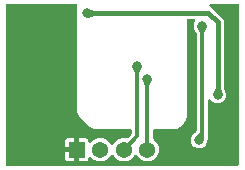
<source format=gbr>
G04 EAGLE Gerber RS-274X export*
G75*
%MOMM*%
%FSLAX34Y34*%
%LPD*%
%INBottom Copper*%
%IPPOS*%
%AMOC8*
5,1,8,0,0,1.08239X$1,22.5*%
G01*
%ADD10R,1.371600X1.371600*%
%ADD11C,1.371600*%
%ADD12C,0.800000*%
%ADD13C,0.406400*%
%ADD14C,0.700000*%
%ADD15C,0.304800*%

G36*
X199692Y3814D02*
X199692Y3814D01*
X199718Y3812D01*
X199865Y3834D01*
X200012Y3851D01*
X200037Y3859D01*
X200063Y3863D01*
X200201Y3918D01*
X200340Y3968D01*
X200362Y3982D01*
X200387Y3992D01*
X200508Y4077D01*
X200633Y4157D01*
X200651Y4176D01*
X200673Y4191D01*
X200772Y4301D01*
X200875Y4408D01*
X200889Y4430D01*
X200906Y4450D01*
X200978Y4580D01*
X201054Y4707D01*
X201062Y4732D01*
X201075Y4755D01*
X201115Y4898D01*
X201160Y5039D01*
X201162Y5065D01*
X201170Y5090D01*
X201189Y5334D01*
X201189Y139666D01*
X201186Y139692D01*
X201188Y139718D01*
X201166Y139865D01*
X201149Y140012D01*
X201141Y140037D01*
X201137Y140063D01*
X201082Y140200D01*
X201032Y140340D01*
X201018Y140362D01*
X201008Y140387D01*
X200923Y140508D01*
X200843Y140633D01*
X200824Y140651D01*
X200809Y140673D01*
X200699Y140772D01*
X200592Y140875D01*
X200570Y140889D01*
X200550Y140906D01*
X200420Y140978D01*
X200293Y141054D01*
X200268Y141062D01*
X200245Y141075D01*
X200102Y141115D01*
X199961Y141160D01*
X199935Y141162D01*
X199910Y141170D01*
X199666Y141189D01*
X177621Y141189D01*
X177571Y141184D01*
X177521Y141186D01*
X177398Y141164D01*
X177275Y141149D01*
X177227Y141132D01*
X177178Y141123D01*
X177064Y141074D01*
X176947Y141032D01*
X176904Y141005D01*
X176858Y140985D01*
X176758Y140910D01*
X176654Y140843D01*
X176619Y140807D01*
X176578Y140777D01*
X176498Y140682D01*
X176412Y140592D01*
X176386Y140549D01*
X176353Y140511D01*
X176296Y140400D01*
X176233Y140293D01*
X176217Y140245D01*
X176194Y140200D01*
X176164Y140080D01*
X176127Y139961D01*
X176122Y139911D01*
X176110Y139862D01*
X176109Y139738D01*
X176099Y139614D01*
X176106Y139564D01*
X176105Y139514D01*
X176132Y139392D01*
X176150Y139269D01*
X176169Y139222D01*
X176180Y139173D01*
X176233Y139061D01*
X176279Y138945D01*
X176308Y138904D01*
X176329Y138858D01*
X176407Y138761D01*
X176478Y138659D01*
X176515Y138625D01*
X176547Y138586D01*
X176644Y138509D01*
X176737Y138426D01*
X176781Y138401D01*
X176820Y138370D01*
X177038Y138259D01*
X178128Y137807D01*
X187432Y128503D01*
X188206Y126636D01*
X188206Y70864D01*
X188221Y70733D01*
X188229Y70601D01*
X188242Y70550D01*
X188246Y70518D01*
X188262Y70471D01*
X188266Y70458D01*
X188269Y70437D01*
X188276Y70420D01*
X188290Y70364D01*
X189702Y66299D01*
X189716Y66269D01*
X189733Y66215D01*
X190174Y65152D01*
X190174Y62348D01*
X189101Y59757D01*
X187118Y57774D01*
X184527Y56701D01*
X181723Y56701D01*
X179132Y57774D01*
X177173Y59734D01*
X177095Y59796D01*
X177022Y59866D01*
X176997Y59881D01*
X176989Y59888D01*
X176954Y59907D01*
X176900Y59950D01*
X176809Y59993D01*
X176723Y60045D01*
X176652Y60067D01*
X176585Y60099D01*
X176487Y60120D01*
X176391Y60151D01*
X176317Y60157D01*
X176244Y60172D01*
X176144Y60171D01*
X176044Y60179D01*
X175970Y60168D01*
X175896Y60166D01*
X175799Y60142D01*
X175699Y60127D01*
X175630Y60100D01*
X175558Y60081D01*
X175469Y60035D01*
X175375Y59998D01*
X175314Y59956D01*
X175248Y59922D01*
X175172Y59857D01*
X175089Y59799D01*
X175039Y59744D01*
X174983Y59696D01*
X174923Y59615D01*
X174856Y59541D01*
X174820Y59476D01*
X174775Y59416D01*
X174736Y59323D01*
X174721Y59297D01*
X174708Y59275D01*
X174706Y59271D01*
X174687Y59236D01*
X174667Y59164D01*
X174637Y59096D01*
X174621Y59003D01*
X174602Y58943D01*
X174600Y58929D01*
X174592Y58900D01*
X174584Y58800D01*
X174576Y58753D01*
X174578Y58717D01*
X174573Y58656D01*
X174573Y32278D01*
X174578Y32234D01*
X174577Y32066D01*
X174591Y31940D01*
X174597Y31813D01*
X174612Y31755D01*
X174615Y31720D01*
X174626Y31688D01*
X174576Y30973D01*
X174578Y30934D01*
X174573Y30867D01*
X174573Y27091D01*
X174554Y26875D01*
X174554Y26807D01*
X174549Y25611D01*
X174549Y25608D01*
X174549Y25605D01*
X174549Y24223D01*
X173476Y21632D01*
X171493Y19649D01*
X168902Y18576D01*
X166098Y18576D01*
X163507Y19649D01*
X161524Y21632D01*
X160451Y24223D01*
X160451Y27027D01*
X161524Y29618D01*
X161948Y30042D01*
X162025Y30138D01*
X162108Y30230D01*
X162142Y30285D01*
X162165Y30315D01*
X162175Y30335D01*
X162650Y30748D01*
X162676Y30777D01*
X162727Y30821D01*
X163507Y31601D01*
X163512Y31603D01*
X163620Y31663D01*
X163732Y31715D01*
X163784Y31754D01*
X163817Y31772D01*
X163852Y31804D01*
X163929Y31861D01*
X164903Y32708D01*
X164907Y32711D01*
X164911Y32714D01*
X165025Y32841D01*
X165139Y32965D01*
X165141Y32969D01*
X165144Y32973D01*
X165227Y33123D01*
X165309Y33269D01*
X165310Y33274D01*
X165313Y33278D01*
X165359Y33441D01*
X165406Y33604D01*
X165406Y33609D01*
X165408Y33613D01*
X165427Y33857D01*
X165427Y115183D01*
X165424Y115210D01*
X165426Y115237D01*
X165404Y115384D01*
X165387Y115530D01*
X165378Y115555D01*
X165374Y115582D01*
X165292Y115812D01*
X164223Y118170D01*
X164145Y118300D01*
X164071Y118433D01*
X164053Y118454D01*
X164044Y118469D01*
X164037Y118476D01*
X163542Y119672D01*
X163532Y119689D01*
X163522Y119717D01*
X163174Y120485D01*
X163171Y120517D01*
X163162Y120543D01*
X163160Y120561D01*
X163142Y120605D01*
X163096Y120750D01*
X162951Y121098D01*
X162951Y123902D01*
X163950Y126313D01*
X163991Y126458D01*
X164037Y126601D01*
X164039Y126625D01*
X164046Y126648D01*
X164053Y126799D01*
X164065Y126948D01*
X164061Y126972D01*
X164063Y126996D01*
X164036Y127144D01*
X164013Y127293D01*
X164004Y127315D01*
X164000Y127339D01*
X163940Y127477D01*
X163885Y127617D01*
X163871Y127637D01*
X163861Y127659D01*
X163771Y127780D01*
X163686Y127903D01*
X163668Y127919D01*
X163653Y127939D01*
X163538Y128036D01*
X163427Y128136D01*
X163406Y128148D01*
X163387Y128164D01*
X163254Y128232D01*
X163122Y128305D01*
X163098Y128311D01*
X163077Y128322D01*
X162932Y128359D01*
X162786Y128400D01*
X162757Y128402D01*
X162739Y128407D01*
X162692Y128407D01*
X162543Y128419D01*
X158399Y128419D01*
X158373Y128416D01*
X158347Y128418D01*
X158200Y128396D01*
X158053Y128379D01*
X158028Y128371D01*
X158002Y128367D01*
X157864Y128312D01*
X157725Y128262D01*
X157703Y128248D01*
X157678Y128238D01*
X157557Y128153D01*
X157432Y128073D01*
X157414Y128054D01*
X157392Y128039D01*
X157293Y127929D01*
X157190Y127822D01*
X157176Y127800D01*
X157159Y127780D01*
X157087Y127650D01*
X157011Y127523D01*
X157003Y127498D01*
X156990Y127475D01*
X156950Y127332D01*
X156905Y127191D01*
X156903Y127165D01*
X156895Y127140D01*
X156876Y126896D01*
X156876Y45928D01*
X156882Y45876D01*
X156879Y45825D01*
X156902Y45704D01*
X156905Y45677D01*
X156883Y45457D01*
X156884Y45409D01*
X156876Y45308D01*
X156876Y45106D01*
X156866Y45081D01*
X156822Y44840D01*
X156787Y44485D01*
X156790Y44333D01*
X156788Y44182D01*
X156789Y44179D01*
X156786Y44168D01*
X156781Y44142D01*
X156771Y44116D01*
X156727Y43876D01*
X156725Y43853D01*
X156697Y43810D01*
X156687Y43784D01*
X156678Y43768D01*
X156664Y43724D01*
X156608Y43583D01*
X156480Y43162D01*
X156453Y43013D01*
X156421Y42865D01*
X156422Y42861D01*
X156417Y42852D01*
X156407Y42826D01*
X156392Y42803D01*
X156302Y42576D01*
X156296Y42554D01*
X156260Y42517D01*
X156245Y42494D01*
X156233Y42480D01*
X156210Y42440D01*
X156128Y42311D01*
X155921Y41923D01*
X155865Y41782D01*
X155805Y41644D01*
X155804Y41640D01*
X155798Y41632D01*
X155783Y41609D01*
X155764Y41589D01*
X155632Y41383D01*
X155621Y41364D01*
X155579Y41334D01*
X155560Y41314D01*
X155545Y41303D01*
X155515Y41268D01*
X155409Y41158D01*
X155183Y40883D01*
X155155Y40839D01*
X155120Y40800D01*
X155061Y40693D01*
X155046Y40670D01*
X154890Y40514D01*
X154860Y40476D01*
X154790Y40403D01*
X154662Y40247D01*
X154638Y40234D01*
X154451Y40075D01*
X151087Y36711D01*
X151055Y36670D01*
X151016Y36635D01*
X150946Y36534D01*
X150930Y36513D01*
X150759Y36373D01*
X150725Y36338D01*
X150648Y36272D01*
X150366Y35989D01*
X150349Y35979D01*
X150273Y35900D01*
X150148Y35833D01*
X150125Y35817D01*
X150100Y35807D01*
X149899Y35667D01*
X149863Y35637D01*
X149811Y35624D01*
X149743Y35589D01*
X149671Y35563D01*
X149588Y35510D01*
X149501Y35465D01*
X149442Y35415D01*
X149420Y35401D01*
X149376Y35387D01*
X149351Y35377D01*
X149324Y35371D01*
X149100Y35273D01*
X149059Y35251D01*
X149005Y35248D01*
X148931Y35227D01*
X148856Y35216D01*
X148764Y35179D01*
X148670Y35152D01*
X148603Y35115D01*
X148579Y35106D01*
X148533Y35101D01*
X148506Y35095D01*
X148479Y35095D01*
X148240Y35043D01*
X148109Y35003D01*
X148063Y34999D01*
X147575Y34999D01*
X147527Y34994D01*
X147426Y34992D01*
X147225Y34972D01*
X147198Y34980D01*
X146955Y34999D01*
X129846Y34999D01*
X129820Y34996D01*
X129794Y34998D01*
X129647Y34976D01*
X129500Y34959D01*
X129475Y34951D01*
X129449Y34947D01*
X129311Y34892D01*
X129172Y34842D01*
X129150Y34828D01*
X129125Y34818D01*
X129004Y34733D01*
X128879Y34653D01*
X128861Y34634D01*
X128839Y34619D01*
X128740Y34509D01*
X128637Y34402D01*
X128623Y34380D01*
X128606Y34360D01*
X128534Y34230D01*
X128458Y34103D01*
X128450Y34078D01*
X128437Y34055D01*
X128397Y33912D01*
X128352Y33771D01*
X128350Y33745D01*
X128342Y33720D01*
X128323Y33476D01*
X128323Y27347D01*
X128331Y27271D01*
X128330Y27194D01*
X128351Y27098D01*
X128363Y27000D01*
X128388Y26929D01*
X128405Y26854D01*
X128447Y26765D01*
X128480Y26672D01*
X128522Y26608D01*
X128554Y26539D01*
X128616Y26462D01*
X128669Y26380D01*
X128724Y26326D01*
X128772Y26267D01*
X128849Y26206D01*
X128920Y26137D01*
X128985Y26098D01*
X129045Y26051D01*
X129178Y25983D01*
X129219Y25959D01*
X129237Y25953D01*
X129263Y25939D01*
X129362Y25899D01*
X132149Y23112D01*
X133657Y19471D01*
X133657Y15529D01*
X132149Y11888D01*
X129362Y9101D01*
X125721Y7593D01*
X121779Y7593D01*
X118138Y9101D01*
X115351Y11888D01*
X115157Y12357D01*
X115108Y12445D01*
X115068Y12537D01*
X115024Y12597D01*
X114988Y12662D01*
X114920Y12736D01*
X114861Y12817D01*
X114804Y12865D01*
X114754Y12920D01*
X114671Y12977D01*
X114595Y13042D01*
X114528Y13076D01*
X114467Y13118D01*
X114374Y13155D01*
X114284Y13201D01*
X114212Y13219D01*
X114143Y13246D01*
X114043Y13260D01*
X113946Y13285D01*
X113872Y13286D01*
X113798Y13297D01*
X113698Y13288D01*
X113598Y13290D01*
X113525Y13274D01*
X113451Y13268D01*
X113355Y13237D01*
X113257Y13215D01*
X113190Y13183D01*
X113119Y13161D01*
X113033Y13109D01*
X112942Y13066D01*
X112884Y13019D01*
X112821Y12981D01*
X112748Y12911D01*
X112670Y12848D01*
X112624Y12790D01*
X112571Y12738D01*
X112516Y12654D01*
X112454Y12575D01*
X112408Y12485D01*
X112382Y12445D01*
X112370Y12411D01*
X112343Y12357D01*
X112149Y11888D01*
X109362Y9101D01*
X105721Y7593D01*
X101779Y7593D01*
X98138Y9101D01*
X95351Y11888D01*
X95157Y12357D01*
X95108Y12445D01*
X95068Y12537D01*
X95024Y12597D01*
X94988Y12662D01*
X94920Y12736D01*
X94861Y12817D01*
X94804Y12865D01*
X94754Y12920D01*
X94671Y12977D01*
X94595Y13042D01*
X94528Y13076D01*
X94467Y13118D01*
X94374Y13155D01*
X94284Y13201D01*
X94212Y13219D01*
X94143Y13246D01*
X94043Y13260D01*
X93946Y13285D01*
X93872Y13286D01*
X93798Y13297D01*
X93698Y13288D01*
X93598Y13290D01*
X93525Y13274D01*
X93451Y13268D01*
X93355Y13237D01*
X93257Y13215D01*
X93190Y13183D01*
X93119Y13161D01*
X93033Y13109D01*
X92942Y13066D01*
X92884Y13019D01*
X92821Y12981D01*
X92748Y12911D01*
X92670Y12848D01*
X92624Y12790D01*
X92571Y12738D01*
X92516Y12654D01*
X92454Y12575D01*
X92408Y12485D01*
X92382Y12445D01*
X92370Y12411D01*
X92343Y12357D01*
X92149Y11888D01*
X89362Y9101D01*
X85721Y7593D01*
X81779Y7593D01*
X78138Y9101D01*
X76229Y11011D01*
X76169Y11058D01*
X76117Y11113D01*
X76033Y11166D01*
X75956Y11228D01*
X75887Y11260D01*
X75823Y11301D01*
X75730Y11334D01*
X75641Y11377D01*
X75566Y11393D01*
X75495Y11418D01*
X75397Y11429D01*
X75300Y11450D01*
X75224Y11449D01*
X75149Y11457D01*
X75050Y11446D01*
X74951Y11444D01*
X74878Y11426D01*
X74803Y11417D01*
X74709Y11383D01*
X74613Y11359D01*
X74546Y11324D01*
X74475Y11299D01*
X74392Y11245D01*
X74304Y11199D01*
X74246Y11150D01*
X74182Y11109D01*
X74114Y11038D01*
X74038Y10974D01*
X73993Y10913D01*
X73941Y10858D01*
X73890Y10773D01*
X73831Y10693D01*
X73801Y10624D01*
X73762Y10559D01*
X73712Y10416D01*
X73693Y10373D01*
X73690Y10355D01*
X73680Y10328D01*
X73449Y9465D01*
X73048Y8770D01*
X72480Y8202D01*
X71785Y7801D01*
X71009Y7593D01*
X66035Y7593D01*
X66035Y16738D01*
X66032Y16764D01*
X66034Y16790D01*
X66012Y16937D01*
X65995Y17084D01*
X65987Y17109D01*
X65983Y17135D01*
X65928Y17272D01*
X65878Y17412D01*
X65864Y17434D01*
X65854Y17459D01*
X65822Y17504D01*
X65824Y17508D01*
X65900Y17635D01*
X65908Y17660D01*
X65921Y17683D01*
X65961Y17826D01*
X66006Y17967D01*
X66008Y17993D01*
X66016Y18018D01*
X66035Y18262D01*
X66035Y27407D01*
X71009Y27407D01*
X71785Y27199D01*
X72480Y26798D01*
X73048Y26230D01*
X73449Y25535D01*
X73680Y24672D01*
X73708Y24601D01*
X73727Y24528D01*
X73772Y24440D01*
X73808Y24348D01*
X73851Y24285D01*
X73886Y24218D01*
X73950Y24143D01*
X74007Y24061D01*
X74063Y24010D01*
X74112Y23953D01*
X74192Y23894D01*
X74265Y23827D01*
X74331Y23790D01*
X74392Y23745D01*
X74483Y23706D01*
X74570Y23658D01*
X74643Y23637D01*
X74712Y23607D01*
X74810Y23590D01*
X74905Y23563D01*
X74981Y23559D01*
X75055Y23546D01*
X75154Y23551D01*
X75253Y23546D01*
X75328Y23560D01*
X75403Y23564D01*
X75499Y23591D01*
X75596Y23609D01*
X75665Y23639D01*
X75738Y23660D01*
X75825Y23709D01*
X75915Y23748D01*
X75976Y23793D01*
X76042Y23830D01*
X76157Y23928D01*
X76195Y23956D01*
X76207Y23971D01*
X76229Y23989D01*
X78138Y25899D01*
X81779Y27407D01*
X85721Y27407D01*
X89362Y25899D01*
X92149Y23112D01*
X92343Y22643D01*
X92391Y22555D01*
X92431Y22463D01*
X92476Y22403D01*
X92512Y22338D01*
X92579Y22264D01*
X92639Y22183D01*
X92696Y22135D01*
X92746Y22080D01*
X92829Y22023D01*
X92905Y21958D01*
X92972Y21924D01*
X93033Y21882D01*
X93126Y21845D01*
X93216Y21799D01*
X93288Y21781D01*
X93357Y21754D01*
X93456Y21740D01*
X93554Y21715D01*
X93628Y21714D01*
X93702Y21703D01*
X93802Y21712D01*
X93902Y21710D01*
X93975Y21726D01*
X94049Y21732D01*
X94145Y21763D01*
X94243Y21785D01*
X94310Y21816D01*
X94381Y21839D01*
X94467Y21891D01*
X94558Y21934D01*
X94615Y21981D01*
X94679Y22019D01*
X94752Y22089D01*
X94830Y22152D01*
X94876Y22210D01*
X94929Y22262D01*
X94984Y22346D01*
X95046Y22425D01*
X95092Y22515D01*
X95118Y22555D01*
X95130Y22589D01*
X95157Y22643D01*
X95351Y23112D01*
X98138Y25899D01*
X101779Y27407D01*
X105721Y27407D01*
X105819Y27366D01*
X105893Y27345D01*
X105963Y27315D01*
X106060Y27297D01*
X106154Y27270D01*
X106231Y27266D01*
X106306Y27253D01*
X106404Y27258D01*
X106502Y27253D01*
X106578Y27267D01*
X106654Y27271D01*
X106748Y27298D01*
X106845Y27316D01*
X106915Y27346D01*
X106989Y27367D01*
X107075Y27415D01*
X107165Y27455D01*
X107226Y27500D01*
X107293Y27538D01*
X107407Y27634D01*
X107445Y27663D01*
X107457Y27677D01*
X107479Y27696D01*
X109981Y30198D01*
X110051Y30285D01*
X110068Y30303D01*
X110072Y30311D01*
X110144Y30391D01*
X110168Y30433D01*
X110198Y30471D01*
X110252Y30585D01*
X110313Y30696D01*
X110326Y30742D01*
X110347Y30786D01*
X110373Y30909D01*
X110408Y31031D01*
X110413Y31092D01*
X110420Y31127D01*
X110419Y31175D01*
X110427Y31275D01*
X110427Y33476D01*
X110424Y33502D01*
X110426Y33528D01*
X110404Y33675D01*
X110387Y33822D01*
X110379Y33847D01*
X110375Y33873D01*
X110320Y34011D01*
X110270Y34150D01*
X110256Y34172D01*
X110246Y34197D01*
X110161Y34318D01*
X110081Y34443D01*
X110062Y34461D01*
X110047Y34483D01*
X109937Y34582D01*
X109830Y34685D01*
X109808Y34699D01*
X109788Y34716D01*
X109658Y34788D01*
X109531Y34864D01*
X109506Y34872D01*
X109483Y34885D01*
X109340Y34925D01*
X109199Y34970D01*
X109173Y34972D01*
X109148Y34980D01*
X108904Y34999D01*
X80545Y34999D01*
X80494Y34993D01*
X80442Y34996D01*
X80321Y34973D01*
X80294Y34970D01*
X80075Y34992D01*
X80026Y34991D01*
X79925Y34999D01*
X79724Y34999D01*
X79698Y35009D01*
X79457Y35053D01*
X78988Y35099D01*
X78837Y35096D01*
X78685Y35099D01*
X78682Y35098D01*
X78672Y35101D01*
X78645Y35106D01*
X78619Y35116D01*
X78379Y35159D01*
X78356Y35161D01*
X78313Y35189D01*
X78287Y35199D01*
X78272Y35208D01*
X78227Y35223D01*
X78086Y35278D01*
X77555Y35439D01*
X77406Y35466D01*
X77258Y35498D01*
X77254Y35498D01*
X77245Y35503D01*
X77220Y35513D01*
X77197Y35528D01*
X76969Y35617D01*
X76948Y35624D01*
X76911Y35659D01*
X76887Y35674D01*
X76873Y35687D01*
X76833Y35709D01*
X76705Y35792D01*
X76216Y36053D01*
X76075Y36109D01*
X75936Y36168D01*
X75932Y36169D01*
X75924Y36176D01*
X75901Y36190D01*
X75882Y36209D01*
X75676Y36342D01*
X75656Y36352D01*
X75627Y36394D01*
X75607Y36414D01*
X75596Y36428D01*
X75560Y36459D01*
X75451Y36564D01*
X75086Y36863D01*
X75043Y36891D01*
X75004Y36926D01*
X74897Y36985D01*
X74874Y37000D01*
X74718Y37156D01*
X74680Y37186D01*
X74607Y37257D01*
X74451Y37385D01*
X74438Y37409D01*
X74279Y37595D01*
X66323Y45551D01*
X66282Y45584D01*
X66247Y45622D01*
X66145Y45692D01*
X66124Y45709D01*
X65984Y45879D01*
X65950Y45913D01*
X65934Y45931D01*
X65924Y45945D01*
X65914Y45954D01*
X65884Y45990D01*
X65742Y46132D01*
X65731Y46157D01*
X65591Y46358D01*
X65567Y46388D01*
X65458Y46493D01*
X65352Y46602D01*
X65349Y46604D01*
X65344Y46613D01*
X65329Y46636D01*
X65318Y46661D01*
X65178Y46862D01*
X65164Y46879D01*
X65153Y46929D01*
X65142Y46955D01*
X65137Y46972D01*
X65116Y47014D01*
X65056Y47153D01*
X64998Y47260D01*
X64912Y47385D01*
X64830Y47512D01*
X64827Y47514D01*
X64824Y47524D01*
X64813Y47549D01*
X64807Y47576D01*
X64710Y47800D01*
X64699Y47820D01*
X64698Y47871D01*
X64692Y47898D01*
X64691Y47917D01*
X64679Y47962D01*
X64646Y48110D01*
X64611Y48226D01*
X64551Y48365D01*
X64495Y48506D01*
X64493Y48509D01*
X64492Y48519D01*
X64486Y48546D01*
X64485Y48573D01*
X64433Y48812D01*
X64427Y48834D01*
X64436Y48885D01*
X64435Y48912D01*
X64438Y48930D01*
X64434Y48976D01*
X64431Y49129D01*
X64428Y49167D01*
X64417Y49218D01*
X64414Y49270D01*
X64380Y49388D01*
X64374Y49414D01*
X64374Y49635D01*
X64369Y49683D01*
X64367Y49784D01*
X64347Y49985D01*
X64355Y50011D01*
X64374Y50255D01*
X64374Y139666D01*
X64371Y139692D01*
X64373Y139718D01*
X64351Y139865D01*
X64334Y140012D01*
X64326Y140037D01*
X64322Y140063D01*
X64267Y140200D01*
X64217Y140340D01*
X64203Y140362D01*
X64193Y140387D01*
X64108Y140508D01*
X64028Y140633D01*
X64009Y140651D01*
X63994Y140673D01*
X63884Y140772D01*
X63777Y140875D01*
X63755Y140889D01*
X63735Y140906D01*
X63605Y140978D01*
X63478Y141054D01*
X63453Y141062D01*
X63430Y141075D01*
X63287Y141115D01*
X63146Y141160D01*
X63120Y141162D01*
X63095Y141170D01*
X62851Y141189D01*
X5334Y141189D01*
X5308Y141186D01*
X5282Y141188D01*
X5135Y141166D01*
X4988Y141149D01*
X4963Y141141D01*
X4937Y141137D01*
X4799Y141082D01*
X4660Y141032D01*
X4638Y141018D01*
X4613Y141008D01*
X4492Y140923D01*
X4367Y140843D01*
X4349Y140824D01*
X4327Y140809D01*
X4228Y140699D01*
X4125Y140592D01*
X4111Y140570D01*
X4094Y140550D01*
X4022Y140420D01*
X3946Y140293D01*
X3938Y140268D01*
X3925Y140245D01*
X3885Y140102D01*
X3840Y139961D01*
X3838Y139935D01*
X3830Y139910D01*
X3811Y139666D01*
X3811Y5334D01*
X3814Y5308D01*
X3812Y5282D01*
X3834Y5135D01*
X3851Y4988D01*
X3859Y4963D01*
X3863Y4937D01*
X3918Y4799D01*
X3968Y4660D01*
X3982Y4638D01*
X3992Y4613D01*
X4077Y4492D01*
X4157Y4367D01*
X4176Y4349D01*
X4191Y4327D01*
X4301Y4228D01*
X4408Y4125D01*
X4430Y4111D01*
X4450Y4094D01*
X4580Y4022D01*
X4707Y3946D01*
X4732Y3938D01*
X4755Y3925D01*
X4898Y3885D01*
X5039Y3840D01*
X5065Y3838D01*
X5090Y3830D01*
X5334Y3811D01*
X199666Y3811D01*
X199692Y3814D01*
G37*
%LPC*%
G36*
X53843Y19785D02*
X53843Y19785D01*
X53843Y24759D01*
X54051Y25535D01*
X54452Y26230D01*
X55020Y26798D01*
X55715Y27199D01*
X56491Y27407D01*
X61465Y27407D01*
X61465Y19785D01*
X53843Y19785D01*
G37*
%LPD*%
%LPC*%
G36*
X56491Y7593D02*
X56491Y7593D01*
X55715Y7801D01*
X55020Y8202D01*
X54452Y8770D01*
X54051Y9465D01*
X53843Y10241D01*
X53843Y15215D01*
X61465Y15215D01*
X61465Y7593D01*
X56491Y7593D01*
G37*
%LPD*%
D10*
X63750Y17500D03*
D11*
X83750Y17500D03*
X103750Y17500D03*
X123750Y17500D03*
D12*
X72388Y133500D03*
D13*
X175250Y133500D01*
X183125Y125625D01*
X183125Y63750D01*
D12*
X183125Y63750D03*
D13*
X78388Y133500D02*
X73033Y135359D01*
X72388Y133500D01*
X73033Y131641D02*
X78388Y133500D01*
X73033Y131641D02*
X72388Y133500D01*
X183125Y69750D02*
X181266Y64396D01*
X183125Y63750D01*
X184984Y64396D02*
X183125Y69750D01*
X184984Y64396D02*
X183125Y63750D01*
D12*
X161200Y69000D03*
X31250Y68750D03*
X15000Y37500D03*
X40000Y12500D03*
X28750Y130000D03*
X40000Y37500D03*
X48750Y90000D03*
D14*
X52500Y68750D03*
D12*
X48750Y102500D03*
X161200Y44875D03*
X28750Y110000D03*
X123750Y77250D03*
D15*
X123750Y17500D01*
X123750Y71250D02*
X126005Y76228D01*
X123750Y77250D01*
X121495Y76228D02*
X123750Y71250D01*
X121495Y76228D02*
X123750Y77250D01*
D12*
X115000Y88750D03*
D15*
X115000Y28750D01*
X103750Y17500D01*
X115000Y82750D02*
X117255Y87728D01*
X115000Y88750D01*
X112745Y87728D02*
X115000Y82750D01*
X112745Y87728D02*
X115000Y88750D01*
D12*
X170000Y122500D03*
D15*
X170000Y28125D01*
X167500Y25625D01*
D12*
X167500Y25625D03*
D15*
X170000Y116500D02*
X172255Y121478D01*
X170000Y122500D01*
X167745Y121478D02*
X170000Y116500D01*
X167745Y121478D02*
X170000Y122500D01*
X170000Y31079D02*
X165875Y27494D01*
X167500Y25625D01*
X169976Y25614D02*
X170000Y31079D01*
X169976Y25614D02*
X167500Y25625D01*
M02*

</source>
